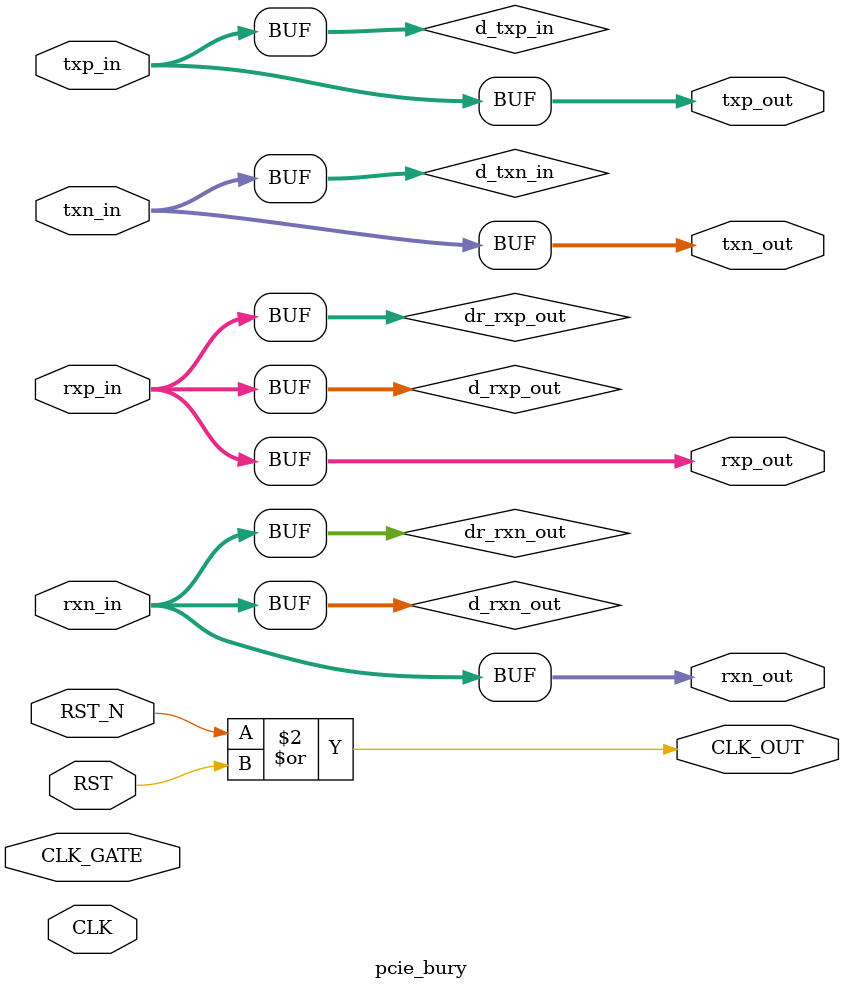
<source format=v>
module pcie_bury(CLK, 
                 RST_N,
                 RST,
		 CLK_OUT,
		 CLK_GATE,
                 rxp_in,
		 rxn_in,
                 txp_in,
                 txn_in,
                 rxp_out,
		 rxn_out,
                 txp_out,
                 txn_out,
	//	pin_out
);
   input CLK;
   input RST_N;
   input RST;
   output CLK_OUT;
   input CLK_GATE;
	 (* S = "TRUE" *)
   input [7:0] rxp_in;
   (* S = "TRUE" *)
   input [7:0] rxn_in;
   (* S = "TRUE" *)
   input [7:0] txp_in;
   (* S = "TRUE" *)
   input [7:0] txn_in;
   (* S = "TRUE" *)
   output [7:0] rxp_out; 
   (* S = "TRUE" *)  
   output [7:0] rxn_out; 
   (* S = "TRUE" *) 
   output [7:0] txp_out; 
   (* S = "TRUE" *)  
   output [7:0] txn_out;
//   (* S = "TRUE" *)  
//   output [7:0] pin_out;
   
	 (* S = "TRUE" *)
   reg [7:0] r_rxp_out; 
   (* S = "TRUE" *)  
   reg [7:0] r_rxn_out; 
   (* S = "TRUE" *)  
	 wire [7:0] dr_rxp_out;
   (* S = "TRUE" *)  
	 wire [7:0] dr_rxn_out;

   (* S = "TRUE" *)  
	 wire [7:0] d_txp_in;
   (* S = "TRUE" *)  
	 wire [7:0] d_txn_in;
   (* S = "TRUE" *)  
	 wire [7:0] d_rxp_out;
   (* S = "TRUE" *)  
	 wire [7:0] d_rxn_out;
   
	 (* S = "TRUE" *)  
	 reg r_pin_out;
//	 assign pin_out = r_pin_out;

	 always @ (posedge CLK)
	 begin
	 	r_pin_out <= dr_rxp_out;
	 end
   
	 
	 assign CLK_OUT = RST_N|RST;  // Do something to make xst happy
   assign rxp_out = rxp_in;  // Do something to make xst happy
   assign rxn_out = rxn_in;
   assign txp_out = txp_in;
   assign txn_out = txn_in;

	 assign d_txp_in = txp_in;
	 assign d_txn_in = txn_in;
	 assign d_rxp_out = rxp_out;
	 assign d_rxn_out = rxn_out;
	 
	 assign dr_rxp_out = rxp_out;
	 assign dr_rxn_out = rxn_out;
/*
	 assign en0 = 1;
	 assign en1 = 1;
	 assign en2 = 1;
	 assign en3 = 1;
	*/
endmodule

</source>
